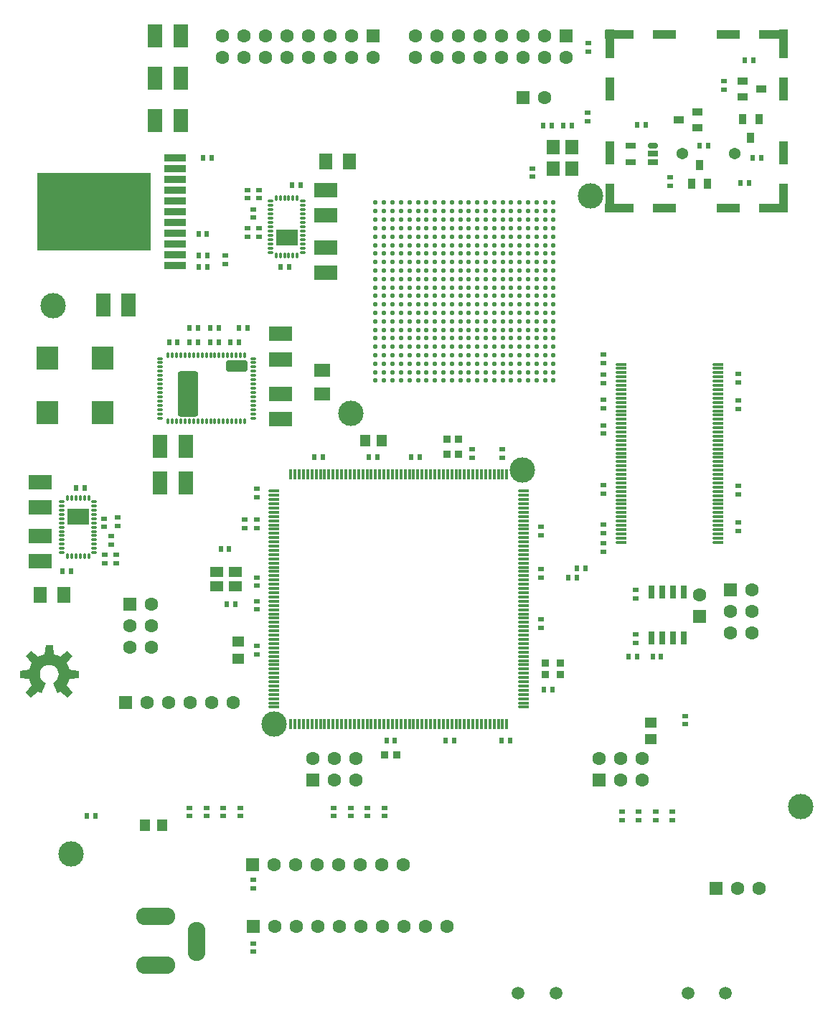
<source format=gbs>
G04 Layer_Color=16711935*
%FSLAX44Y44*%
%MOMM*%
G71*
G01*
G75*
%ADD59C,1.6000*%
G04:AMPARAMS|DCode=77|XSize=2.6mm|YSize=1.94mm|CornerRadius=0.097mm|HoleSize=0mm|Usage=FLASHONLY|Rotation=0.000|XOffset=0mm|YOffset=0mm|HoleType=Round|Shape=RoundedRectangle|*
%AMROUNDEDRECTD77*
21,1,2.6000,1.7460,0,0,0.0*
21,1,2.4060,1.9400,0,0,0.0*
1,1,0.1940,1.2030,-0.8730*
1,1,0.1940,-1.2030,-0.8730*
1,1,0.1940,-1.2030,0.8730*
1,1,0.1940,1.2030,0.8730*
%
%ADD77ROUNDEDRECTD77*%
G04:AMPARAMS|DCode=80|XSize=5.35mm|YSize=2.35mm|CornerRadius=0.235mm|HoleSize=0mm|Usage=FLASHONLY|Rotation=90.000|XOffset=0mm|YOffset=0mm|HoleType=Round|Shape=RoundedRectangle|*
%AMROUNDEDRECTD80*
21,1,5.3500,1.8800,0,0,90.0*
21,1,4.8800,2.3500,0,0,90.0*
1,1,0.4700,0.9400,2.4400*
1,1,0.4700,0.9400,-2.4400*
1,1,0.4700,-0.9400,-2.4400*
1,1,0.4700,-0.9400,2.4400*
%
%ADD80ROUNDEDRECTD80*%
G04:AMPARAMS|DCode=81|XSize=2.5mm|YSize=1.3mm|CornerRadius=0.13mm|HoleSize=0mm|Usage=FLASHONLY|Rotation=180.000|XOffset=0mm|YOffset=0mm|HoleType=Round|Shape=RoundedRectangle|*
%AMROUNDEDRECTD81*
21,1,2.5000,1.0400,0,0,180.0*
21,1,2.2400,1.3000,0,0,180.0*
1,1,0.2600,-1.1200,0.5200*
1,1,0.2600,1.1200,0.5200*
1,1,0.2600,1.1200,-0.5200*
1,1,0.2600,-1.1200,-0.5200*
%
%ADD81ROUNDEDRECTD81*%
%ADD129R,1.3000X0.9000*%
%ADD130R,0.9000X1.3000*%
%ADD131C,3.0000*%
%ADD134R,0.5500X0.7000*%
%ADD135R,0.7000X0.5500*%
%ADD136R,1.2032X1.4032*%
%ADD137R,1.4032X1.2032*%
%ADD138R,2.7000X1.7000*%
%ADD139R,1.7000X2.7000*%
%ADD140R,2.5000X2.7000*%
%ADD142R,1.4970X1.2938*%
%ADD145O,1.3000X0.4000*%
%ADD160R,1.6000X1.6000*%
%ADD161R,1.6000X1.6000*%
%ADD162C,1.5160*%
%ADD163O,2.1000X4.6000*%
%ADD164O,4.6000X2.1000*%
%ADD165C,0.5500*%
%ADD166O,0.4000X1.3000*%
G04:AMPARAMS|DCode=167|XSize=1.37mm|YSize=1.37mm|CornerRadius=0.685mm|HoleSize=0mm|Usage=FLASHONLY|Rotation=0.000|XOffset=0mm|YOffset=0mm|HoleType=Round|Shape=RoundedRectangle|*
%AMROUNDEDRECTD167*
21,1,1.3700,0.0000,0,0,0.0*
21,1,0.0000,1.3700,0,0,0.0*
1,1,1.3700,0.0000,0.0000*
1,1,1.3700,0.0000,0.0000*
1,1,1.3700,0.0000,0.0000*
1,1,1.3700,0.0000,0.0000*
%
%ADD167ROUNDEDRECTD167*%
%ADD168R,0.9600X0.9600*%
%ADD169R,0.9600X0.9600*%
%ADD170R,1.9000X1.5000*%
%ADD171R,1.5000X1.9000*%
G04:AMPARAMS|DCode=172|XSize=0.7096mm|YSize=0.354mm|CornerRadius=0.1643mm|HoleSize=0mm|Usage=FLASHONLY|Rotation=270.000|XOffset=0mm|YOffset=0mm|HoleType=Round|Shape=RoundedRectangle|*
%AMROUNDEDRECTD172*
21,1,0.7096,0.0254,0,0,270.0*
21,1,0.3810,0.3540,0,0,270.0*
1,1,0.3286,-0.0127,-0.1905*
1,1,0.3286,-0.0127,0.1905*
1,1,0.3286,0.0127,0.1905*
1,1,0.3286,0.0127,-0.1905*
%
%ADD172ROUNDEDRECTD172*%
G04:AMPARAMS|DCode=173|XSize=0.7096mm|YSize=0.354mm|CornerRadius=0.1643mm|HoleSize=0mm|Usage=FLASHONLY|Rotation=0.000|XOffset=0mm|YOffset=0mm|HoleType=Round|Shape=RoundedRectangle|*
%AMROUNDEDRECTD173*
21,1,0.7096,0.0254,0,0,0.0*
21,1,0.3810,0.3540,0,0,0.0*
1,1,0.3286,0.1905,-0.0127*
1,1,0.3286,-0.1905,-0.0127*
1,1,0.3286,-0.1905,0.0127*
1,1,0.3286,0.1905,0.0127*
%
%ADD173ROUNDEDRECTD173*%
%ADD174R,2.5130X0.9636*%
%ADD175R,13.4858X9.2440*%
%ADD176R,1.5986X1.8018*%
%ADD177R,1.2000X0.7500*%
%ADD178O,1.2000X0.7500*%
%ADD179R,0.7000X1.6500*%
%ADD180R,1.1160X3.4020*%
%ADD181R,3.4020X1.1160*%
%ADD182R,2.7162X1.1160*%
%ADD183R,1.1160X2.7162*%
G36*
X353084Y747807D02*
X345084Y747806D01*
Y757806D01*
X353084D01*
Y747807D01*
D02*
G37*
G36*
X364084Y747806D02*
X356084Y747806D01*
Y757806D01*
X364084D01*
Y747806D01*
D02*
G37*
G36*
X106958Y418722D02*
X98958D01*
Y428722D01*
X106958Y428722D01*
Y418722D01*
D02*
G37*
G36*
X117958Y418722D02*
X109958D01*
Y428721D01*
X117958Y428722D01*
Y418722D01*
D02*
G37*
G36*
X79979Y261086D02*
X83785Y259932D01*
X87335Y258034D01*
X87305Y257986D01*
X96102Y265098D01*
X102134Y259002D01*
X95006Y250394D01*
X96882Y246885D01*
X98056Y243013D01*
X98000Y243000D01*
X109293Y241730D01*
Y233147D01*
X98054Y231987D01*
X96892Y228158D01*
X95008Y224632D01*
X94961Y224661D01*
X102134Y215864D01*
X96102Y209832D01*
X87334Y216958D01*
X83809Y215074D01*
X83807Y215074D01*
X83763Y215181D01*
X78740Y227307D01*
X80071Y227858D01*
X82355Y229611D01*
X84108Y231896D01*
X85211Y234557D01*
X85586Y237412D01*
X85586Y237412D01*
X85581Y237412D01*
X85587Y237456D01*
X85209Y240329D01*
X84100Y243006D01*
X82336Y245304D01*
X80038Y247068D01*
X77361Y248177D01*
X74488Y248555D01*
X71616Y248177D01*
X68939Y247068D01*
X66640Y245304D01*
X64876Y243006D01*
X63768Y240329D01*
X63389Y237456D01*
X63768Y234583D01*
X64876Y231907D01*
X66640Y229608D01*
X68939Y227844D01*
X70236Y227307D01*
X65113Y215077D01*
X65074Y215088D01*
X61572Y216960D01*
X61600Y217005D01*
X52964Y209832D01*
X46868Y215864D01*
X53932Y224631D01*
X52034Y228181D01*
X50880Y231987D01*
X50932Y231999D01*
X39756Y233147D01*
Y241730D01*
X50877Y243013D01*
X52045Y246862D01*
X53934Y250395D01*
X53980Y250366D01*
X46868Y259002D01*
X52964Y265098D01*
X61571Y258032D01*
X65104Y259921D01*
X68953Y261089D01*
X68966Y261034D01*
X70236Y272210D01*
X78819D01*
X79979Y261086D01*
D02*
G37*
G36*
X70236Y227307D02*
X70236D01*
X70236Y227307D01*
X70236Y227307D01*
D02*
G37*
D59*
X365800Y-60000D02*
D03*
X543600D02*
D03*
X518200D02*
D03*
X492800D02*
D03*
X467400D02*
D03*
X442000D02*
D03*
X416600D02*
D03*
X391200D02*
D03*
X340400D02*
D03*
X841607Y330700D02*
D03*
X912193Y-15000D02*
D03*
X886793D02*
D03*
X903870Y337058D02*
D03*
X878470Y311658D02*
D03*
X903870D02*
D03*
X878470Y286258D02*
D03*
X903870D02*
D03*
X774446Y137922D02*
D03*
Y112522D02*
D03*
X749046Y137922D02*
D03*
Y112522D02*
D03*
X723646Y137922D02*
D03*
X385064D02*
D03*
X410464Y112522D02*
D03*
Y137922D02*
D03*
X435864Y112522D02*
D03*
Y137922D02*
D03*
X291338Y204216D02*
D03*
X265938D02*
D03*
X240538D02*
D03*
X215138D02*
D03*
X189738D02*
D03*
X491900Y13000D02*
D03*
X339500D02*
D03*
X364900D02*
D03*
X390300D02*
D03*
X415700D02*
D03*
X441100D02*
D03*
X466500D02*
D03*
X659168Y917448D02*
D03*
X456892Y964946D02*
D03*
X431492Y990346D02*
D03*
Y964946D02*
D03*
X406092Y990346D02*
D03*
Y964946D02*
D03*
X380692Y990346D02*
D03*
Y964946D02*
D03*
X355292Y990346D02*
D03*
Y964946D02*
D03*
X329892Y990346D02*
D03*
Y964946D02*
D03*
X304492Y990346D02*
D03*
Y964946D02*
D03*
X279092Y990346D02*
D03*
Y964946D02*
D03*
X506930D02*
D03*
Y990346D02*
D03*
X532330Y964946D02*
D03*
Y990346D02*
D03*
X557730Y964946D02*
D03*
Y990346D02*
D03*
X583130Y964946D02*
D03*
Y990346D02*
D03*
X608530Y964946D02*
D03*
Y990346D02*
D03*
X633930Y964946D02*
D03*
Y990346D02*
D03*
X659330Y964946D02*
D03*
Y990346D02*
D03*
X684730Y964946D02*
D03*
X195200Y320150D02*
D03*
X169800Y294750D02*
D03*
X195200D02*
D03*
X169800Y269350D02*
D03*
X195200D02*
D03*
D77*
X108458Y423572D02*
D03*
X354584Y752956D02*
D03*
D80*
X238092Y568552D02*
D03*
D81*
X295342Y601302D02*
D03*
D129*
X892732Y918362D02*
D03*
Y937362D02*
D03*
X914732Y927862D02*
D03*
X817548Y891794D02*
D03*
X839548Y882294D02*
D03*
Y901294D02*
D03*
D130*
X851510Y816532D02*
D03*
X832510D02*
D03*
X842010Y838532D02*
D03*
X902208Y870634D02*
D03*
X911708Y892634D02*
D03*
X892708D02*
D03*
D131*
X961437Y80938D02*
D03*
X79015Y672721D02*
D03*
X99917Y25185D02*
D03*
X430393Y545578D02*
D03*
X713212Y801678D02*
D03*
X632848Y478500D02*
D03*
X339500Y178905D02*
D03*
D134*
X264240Y628904D02*
D03*
X274240D02*
D03*
X249856D02*
D03*
X239856D02*
D03*
X667004Y884428D02*
D03*
X657004D02*
D03*
X128720Y70660D02*
D03*
X118720D02*
D03*
X461438Y493522D02*
D03*
X451438D02*
D03*
X397176D02*
D03*
X387176D02*
D03*
X657940Y219710D02*
D03*
X667940D02*
D03*
X551862Y159512D02*
D03*
X541862D02*
D03*
X472266D02*
D03*
X482266D02*
D03*
X618410D02*
D03*
X608410D02*
D03*
X511476Y493522D02*
D03*
X501476D02*
D03*
X276750Y385500D02*
D03*
X286750D02*
D03*
X284250Y320500D02*
D03*
X294250D02*
D03*
X768430Y885444D02*
D03*
X778430D02*
D03*
X899842Y816864D02*
D03*
X889842D02*
D03*
X894922Y962152D02*
D03*
X904922D02*
D03*
X250778Y718312D02*
D03*
X260778D02*
D03*
X260500Y757250D02*
D03*
X250500D02*
D03*
X256000Y847000D02*
D03*
X266000D02*
D03*
X707056Y362298D02*
D03*
X697056D02*
D03*
X696750Y351500D02*
D03*
X686750D02*
D03*
X768270Y258412D02*
D03*
X758270D02*
D03*
X308022Y645668D02*
D03*
X298022D02*
D03*
X249856D02*
D03*
X239856D02*
D03*
X264240D02*
D03*
X274240D02*
D03*
X298116Y628904D02*
D03*
X288116D02*
D03*
X215726D02*
D03*
X225726D02*
D03*
X90250Y358648D02*
D03*
X100250D02*
D03*
X361000Y814750D02*
D03*
X371000D02*
D03*
X115918Y457200D02*
D03*
X105918D02*
D03*
X347298Y718058D02*
D03*
X357298D02*
D03*
X680800Y884428D02*
D03*
X690800D02*
D03*
X796464Y258412D02*
D03*
X786464D02*
D03*
X851582Y861060D02*
D03*
X841582D02*
D03*
X904828Y846328D02*
D03*
X914828D02*
D03*
X260778Y731774D02*
D03*
X250778D02*
D03*
D135*
X315000Y-80000D02*
D03*
Y-90000D02*
D03*
X710750Y972000D02*
D03*
Y982000D02*
D03*
X139750Y378500D02*
D03*
Y368500D02*
D03*
X321818Y808910D02*
D03*
Y798910D02*
D03*
X139500Y411250D02*
D03*
Y421250D02*
D03*
X321818Y753444D02*
D03*
Y763444D02*
D03*
X314842Y-15000D02*
D03*
Y-5000D02*
D03*
X766826Y274748D02*
D03*
Y284748D02*
D03*
X825084Y178349D02*
D03*
Y188349D02*
D03*
X728472Y561514D02*
D03*
Y551514D02*
D03*
X887222Y459874D02*
D03*
Y449874D02*
D03*
X728472Y460422D02*
D03*
Y450422D02*
D03*
X887222Y560458D02*
D03*
Y550458D02*
D03*
X728472Y590978D02*
D03*
Y580978D02*
D03*
X887222Y406480D02*
D03*
Y416480D02*
D03*
X728472Y531288D02*
D03*
Y521288D02*
D03*
X887222Y591660D02*
D03*
Y581660D02*
D03*
X728472Y604568D02*
D03*
Y614568D02*
D03*
Y381826D02*
D03*
Y391826D02*
D03*
X728222Y403924D02*
D03*
Y413924D02*
D03*
X319278Y323770D02*
D03*
Y313770D02*
D03*
X654304Y411146D02*
D03*
Y401146D02*
D03*
X319278Y419782D02*
D03*
Y409782D02*
D03*
Y456358D02*
D03*
Y446358D02*
D03*
X654304Y292434D02*
D03*
Y302434D02*
D03*
X609346Y492840D02*
D03*
Y502840D02*
D03*
X305308Y419782D02*
D03*
Y409782D02*
D03*
X319278Y271192D02*
D03*
Y261192D02*
D03*
X573532Y492840D02*
D03*
Y502840D02*
D03*
X654304Y351616D02*
D03*
Y361616D02*
D03*
X750000Y75000D02*
D03*
Y65000D02*
D03*
X770000D02*
D03*
Y75000D02*
D03*
X790000D02*
D03*
Y65000D02*
D03*
X260000Y70000D02*
D03*
Y80000D02*
D03*
X240000D02*
D03*
Y70000D02*
D03*
X300000D02*
D03*
Y80000D02*
D03*
X430000D02*
D03*
Y70000D02*
D03*
X410000D02*
D03*
Y80000D02*
D03*
X470000D02*
D03*
Y70000D02*
D03*
X810000Y65000D02*
D03*
Y75000D02*
D03*
X147320Y390478D02*
D03*
Y400478D02*
D03*
X153670Y378380D02*
D03*
Y368380D02*
D03*
X315468Y786050D02*
D03*
Y776050D02*
D03*
X308102Y798910D02*
D03*
Y808910D02*
D03*
X155194Y422322D02*
D03*
Y412322D02*
D03*
X308102Y753444D02*
D03*
Y763444D02*
D03*
X766750Y337000D02*
D03*
Y327000D02*
D03*
X280000Y80000D02*
D03*
Y70000D02*
D03*
X450000D02*
D03*
Y80000D02*
D03*
X319278Y351710D02*
D03*
Y341710D02*
D03*
X806958Y813896D02*
D03*
Y823896D02*
D03*
X870966Y927434D02*
D03*
Y937434D02*
D03*
X281940Y731186D02*
D03*
Y721186D02*
D03*
X710000Y900000D02*
D03*
Y890000D02*
D03*
X644906Y824310D02*
D03*
Y834310D02*
D03*
D136*
X207759Y59614D02*
D03*
X187759D02*
D03*
X466946Y513334D02*
D03*
X446946D02*
D03*
D137*
X784038Y180709D02*
D03*
Y160709D02*
D03*
X297180Y255684D02*
D03*
Y275684D02*
D03*
D138*
X347472Y639078D02*
D03*
Y609078D02*
D03*
X346964Y568466D02*
D03*
Y538466D02*
D03*
X64008Y370826D02*
D03*
Y400826D02*
D03*
X400558Y779004D02*
D03*
Y809004D02*
D03*
X64008Y464326D02*
D03*
Y434326D02*
D03*
X400558Y741186D02*
D03*
Y711186D02*
D03*
D139*
X235472Y462788D02*
D03*
X205472D02*
D03*
Y506476D02*
D03*
X235472D02*
D03*
X167908Y673354D02*
D03*
X137908D02*
D03*
X229630Y890524D02*
D03*
X199630D02*
D03*
Y940689D02*
D03*
X229630D02*
D03*
Y990854D02*
D03*
X199630D02*
D03*
D140*
X72148Y610616D02*
D03*
X137148D02*
D03*
Y545846D02*
D03*
X72148D02*
D03*
D142*
X294176Y358386D02*
D03*
X272078D02*
D03*
Y341368D02*
D03*
X294176D02*
D03*
D145*
X634418Y198636D02*
D03*
Y203636D02*
D03*
Y208636D02*
D03*
Y213636D02*
D03*
Y218636D02*
D03*
Y223636D02*
D03*
Y228636D02*
D03*
Y233636D02*
D03*
Y238636D02*
D03*
Y243636D02*
D03*
Y248636D02*
D03*
Y253636D02*
D03*
Y258636D02*
D03*
Y263636D02*
D03*
Y268636D02*
D03*
Y273636D02*
D03*
Y278636D02*
D03*
Y283636D02*
D03*
Y288636D02*
D03*
Y293636D02*
D03*
Y298636D02*
D03*
Y303636D02*
D03*
Y308636D02*
D03*
Y313636D02*
D03*
Y318636D02*
D03*
Y323636D02*
D03*
Y328636D02*
D03*
Y333636D02*
D03*
Y338636D02*
D03*
Y343636D02*
D03*
Y348636D02*
D03*
Y353636D02*
D03*
Y358636D02*
D03*
Y363636D02*
D03*
Y368636D02*
D03*
Y373636D02*
D03*
Y378636D02*
D03*
Y383636D02*
D03*
Y388636D02*
D03*
Y393636D02*
D03*
Y398636D02*
D03*
Y403636D02*
D03*
Y408636D02*
D03*
Y413636D02*
D03*
Y418636D02*
D03*
Y423636D02*
D03*
Y428636D02*
D03*
Y433636D02*
D03*
Y438636D02*
D03*
Y443636D02*
D03*
Y448636D02*
D03*
Y453636D02*
D03*
X339418D02*
D03*
Y448636D02*
D03*
Y443636D02*
D03*
Y438636D02*
D03*
Y433636D02*
D03*
Y428636D02*
D03*
Y423636D02*
D03*
Y418636D02*
D03*
Y413636D02*
D03*
Y408636D02*
D03*
Y403636D02*
D03*
Y398636D02*
D03*
Y393636D02*
D03*
Y388636D02*
D03*
Y383636D02*
D03*
Y378636D02*
D03*
Y373636D02*
D03*
Y368636D02*
D03*
Y363636D02*
D03*
Y358636D02*
D03*
Y353636D02*
D03*
Y348636D02*
D03*
Y343636D02*
D03*
Y338636D02*
D03*
Y333636D02*
D03*
Y328636D02*
D03*
Y323636D02*
D03*
Y318636D02*
D03*
Y313636D02*
D03*
Y308636D02*
D03*
Y303636D02*
D03*
Y298636D02*
D03*
Y293636D02*
D03*
Y288636D02*
D03*
Y283636D02*
D03*
Y278636D02*
D03*
Y273636D02*
D03*
Y268636D02*
D03*
Y263636D02*
D03*
Y258636D02*
D03*
Y253636D02*
D03*
Y248636D02*
D03*
Y243636D02*
D03*
Y238636D02*
D03*
Y233636D02*
D03*
Y228636D02*
D03*
Y223636D02*
D03*
Y218636D02*
D03*
Y213636D02*
D03*
Y208636D02*
D03*
Y203636D02*
D03*
Y198636D02*
D03*
X749204Y393264D02*
D03*
Y398264D02*
D03*
Y403264D02*
D03*
Y408264D02*
D03*
Y413264D02*
D03*
Y418264D02*
D03*
Y423264D02*
D03*
Y428264D02*
D03*
Y433264D02*
D03*
Y438264D02*
D03*
Y443264D02*
D03*
Y448264D02*
D03*
Y453264D02*
D03*
Y458264D02*
D03*
Y463264D02*
D03*
Y468264D02*
D03*
Y473264D02*
D03*
Y478264D02*
D03*
Y483264D02*
D03*
Y488264D02*
D03*
Y493264D02*
D03*
Y498264D02*
D03*
Y503264D02*
D03*
Y508264D02*
D03*
Y513264D02*
D03*
Y518264D02*
D03*
Y523264D02*
D03*
Y528264D02*
D03*
Y533264D02*
D03*
Y538264D02*
D03*
Y543264D02*
D03*
Y548264D02*
D03*
Y553264D02*
D03*
Y558264D02*
D03*
Y563264D02*
D03*
Y568264D02*
D03*
Y573264D02*
D03*
Y578264D02*
D03*
Y583264D02*
D03*
Y588264D02*
D03*
Y593264D02*
D03*
Y598264D02*
D03*
Y603264D02*
D03*
X864204Y393264D02*
D03*
Y398264D02*
D03*
Y403264D02*
D03*
Y408264D02*
D03*
Y413264D02*
D03*
Y418264D02*
D03*
Y423264D02*
D03*
Y428264D02*
D03*
Y433264D02*
D03*
Y438264D02*
D03*
Y443264D02*
D03*
Y448264D02*
D03*
Y453264D02*
D03*
Y458264D02*
D03*
Y463264D02*
D03*
Y468264D02*
D03*
Y473264D02*
D03*
Y478264D02*
D03*
Y483264D02*
D03*
Y488264D02*
D03*
Y493264D02*
D03*
Y498264D02*
D03*
Y503264D02*
D03*
Y508264D02*
D03*
Y513264D02*
D03*
Y518264D02*
D03*
Y523264D02*
D03*
Y528264D02*
D03*
Y533264D02*
D03*
Y538264D02*
D03*
Y543264D02*
D03*
Y548264D02*
D03*
Y553264D02*
D03*
Y558264D02*
D03*
Y563264D02*
D03*
Y568264D02*
D03*
Y573264D02*
D03*
Y578264D02*
D03*
Y583264D02*
D03*
Y588264D02*
D03*
Y593264D02*
D03*
Y598264D02*
D03*
Y603264D02*
D03*
D160*
X315000Y-60000D02*
D03*
X861393Y-15000D02*
D03*
X723646Y112522D02*
D03*
X385064D02*
D03*
X164338Y204216D02*
D03*
X314100Y13000D02*
D03*
X633768Y917448D02*
D03*
X456892Y990346D02*
D03*
X684730D02*
D03*
D161*
X841607Y305300D02*
D03*
X878470Y337058D02*
D03*
X169800Y320150D02*
D03*
D162*
X828000Y-138840D02*
D03*
X872098D02*
D03*
X672098D02*
D03*
X628000D02*
D03*
D163*
X248000Y-78000D02*
D03*
D164*
X200000Y-106000D02*
D03*
Y-48000D02*
D03*
D165*
X459534Y583848D02*
D03*
X469534D02*
D03*
X479534D02*
D03*
X489534D02*
D03*
X499534D02*
D03*
X509534D02*
D03*
X519534D02*
D03*
X529534D02*
D03*
X539534D02*
D03*
X549534D02*
D03*
X559534D02*
D03*
X569534D02*
D03*
X579534D02*
D03*
X589534D02*
D03*
X599534D02*
D03*
X609534D02*
D03*
X619534D02*
D03*
X629534D02*
D03*
X639534D02*
D03*
X649534D02*
D03*
X659534D02*
D03*
X669534D02*
D03*
X459534Y593848D02*
D03*
X469534D02*
D03*
X479534D02*
D03*
X489534D02*
D03*
X499534D02*
D03*
X509534D02*
D03*
X519534D02*
D03*
X529534D02*
D03*
X539534D02*
D03*
X549534D02*
D03*
X559534D02*
D03*
X569534D02*
D03*
X579534D02*
D03*
X589534D02*
D03*
X599534D02*
D03*
X609534D02*
D03*
X619534D02*
D03*
X629534D02*
D03*
X639534D02*
D03*
X649534D02*
D03*
X659534D02*
D03*
X669534D02*
D03*
X459534Y603848D02*
D03*
X469534D02*
D03*
X479534D02*
D03*
X489534D02*
D03*
X499534D02*
D03*
X509534D02*
D03*
X519534D02*
D03*
X529534D02*
D03*
X539534D02*
D03*
X549534D02*
D03*
X559534D02*
D03*
X569534D02*
D03*
X579534D02*
D03*
X589534D02*
D03*
X599534D02*
D03*
X609534D02*
D03*
X619534D02*
D03*
X629534D02*
D03*
X639534D02*
D03*
X649534D02*
D03*
X659534D02*
D03*
X669534D02*
D03*
X459534Y613848D02*
D03*
X469534D02*
D03*
X479534D02*
D03*
X489534D02*
D03*
X499534D02*
D03*
X509534D02*
D03*
X519534D02*
D03*
X529534D02*
D03*
X539534D02*
D03*
X549534D02*
D03*
X559534D02*
D03*
X569534D02*
D03*
X579534D02*
D03*
X589534D02*
D03*
X599534D02*
D03*
X609534D02*
D03*
X619534D02*
D03*
X629534D02*
D03*
X639534D02*
D03*
X649534D02*
D03*
X659534D02*
D03*
X669534D02*
D03*
X459534Y623848D02*
D03*
X469534D02*
D03*
X479534D02*
D03*
X489534D02*
D03*
X499534D02*
D03*
X509534D02*
D03*
X519534D02*
D03*
X529534D02*
D03*
X539534D02*
D03*
X549534D02*
D03*
X559534D02*
D03*
X569534D02*
D03*
X579534D02*
D03*
X589534D02*
D03*
X599534D02*
D03*
X609534D02*
D03*
X619534D02*
D03*
X629534D02*
D03*
X639534D02*
D03*
X649534D02*
D03*
X659534D02*
D03*
X669534D02*
D03*
X459534Y633848D02*
D03*
X469534D02*
D03*
X479534D02*
D03*
X489534D02*
D03*
X499534D02*
D03*
X509534D02*
D03*
X519534D02*
D03*
X529534D02*
D03*
X539534D02*
D03*
X549534D02*
D03*
X559534D02*
D03*
X569534D02*
D03*
X579534D02*
D03*
X589534D02*
D03*
X599534D02*
D03*
X609534D02*
D03*
X619534D02*
D03*
X629534D02*
D03*
X639534D02*
D03*
X649534D02*
D03*
X659534D02*
D03*
X669534D02*
D03*
X459534Y643848D02*
D03*
X469534D02*
D03*
X479534D02*
D03*
X489534D02*
D03*
X499534D02*
D03*
X509534D02*
D03*
X519534D02*
D03*
X529534D02*
D03*
X539534D02*
D03*
X549534D02*
D03*
X559534D02*
D03*
X569534D02*
D03*
X579534D02*
D03*
X589534D02*
D03*
X599534D02*
D03*
X609534D02*
D03*
X619534D02*
D03*
X629534D02*
D03*
X639534D02*
D03*
X649534D02*
D03*
X659534D02*
D03*
X669534D02*
D03*
X459534Y653848D02*
D03*
X469534D02*
D03*
X479534D02*
D03*
X489534D02*
D03*
X499534D02*
D03*
X509534D02*
D03*
X519534D02*
D03*
X529534D02*
D03*
X539534D02*
D03*
X549534D02*
D03*
X559534D02*
D03*
X569534D02*
D03*
X579534D02*
D03*
X589534D02*
D03*
X599534D02*
D03*
X609534D02*
D03*
X619534D02*
D03*
X629534D02*
D03*
X639534D02*
D03*
X649534D02*
D03*
X659534D02*
D03*
X669534D02*
D03*
X459534Y663848D02*
D03*
X469534D02*
D03*
X479534D02*
D03*
X489534D02*
D03*
X499534D02*
D03*
X509534D02*
D03*
X519534D02*
D03*
X529534D02*
D03*
X539534D02*
D03*
X549534D02*
D03*
X559534D02*
D03*
X569534D02*
D03*
X579534D02*
D03*
X589534D02*
D03*
X599534D02*
D03*
X609534D02*
D03*
X619534D02*
D03*
X629534D02*
D03*
X639534D02*
D03*
X649534D02*
D03*
X659534D02*
D03*
X669534D02*
D03*
X459534Y673848D02*
D03*
X469534D02*
D03*
X479534D02*
D03*
X489534D02*
D03*
X499534D02*
D03*
X509534D02*
D03*
X519534D02*
D03*
X529534D02*
D03*
X539534D02*
D03*
X549534D02*
D03*
X559534D02*
D03*
X569534D02*
D03*
X579534D02*
D03*
X589534D02*
D03*
X599534D02*
D03*
X609534D02*
D03*
X619534D02*
D03*
X629534D02*
D03*
X639534D02*
D03*
X649534D02*
D03*
X659534D02*
D03*
X669534D02*
D03*
X459534Y683848D02*
D03*
X469534D02*
D03*
X479534D02*
D03*
X489534D02*
D03*
X499534D02*
D03*
X509534D02*
D03*
X519534D02*
D03*
X529534D02*
D03*
X539534D02*
D03*
X549534D02*
D03*
X559534D02*
D03*
X569534D02*
D03*
X579534D02*
D03*
X589534D02*
D03*
X599534D02*
D03*
X609534D02*
D03*
X619534D02*
D03*
X629534D02*
D03*
X639534D02*
D03*
X649534D02*
D03*
X659534D02*
D03*
X669534D02*
D03*
X459534Y693848D02*
D03*
X469534D02*
D03*
X479534D02*
D03*
X489534D02*
D03*
X499534D02*
D03*
X509534D02*
D03*
X519534D02*
D03*
X529534D02*
D03*
X539534D02*
D03*
X549534D02*
D03*
X559534D02*
D03*
X569534D02*
D03*
X579534D02*
D03*
X589534D02*
D03*
X599534D02*
D03*
X609534D02*
D03*
X619534D02*
D03*
X629534D02*
D03*
X639534D02*
D03*
X649534D02*
D03*
X659534D02*
D03*
X669534D02*
D03*
X459534Y703848D02*
D03*
X469534D02*
D03*
X479534D02*
D03*
X489534D02*
D03*
X499534D02*
D03*
X509534D02*
D03*
X519534D02*
D03*
X529534D02*
D03*
X539534D02*
D03*
X549534D02*
D03*
X559534D02*
D03*
X569534D02*
D03*
X579534D02*
D03*
X589534D02*
D03*
X599534D02*
D03*
X609534D02*
D03*
X619534D02*
D03*
X629534D02*
D03*
X639534D02*
D03*
X649534D02*
D03*
X659534D02*
D03*
X669534D02*
D03*
X459534Y713848D02*
D03*
X469534D02*
D03*
X479534D02*
D03*
X489534D02*
D03*
X499534D02*
D03*
X509534D02*
D03*
X519534D02*
D03*
X529534D02*
D03*
X539534D02*
D03*
X549534D02*
D03*
X559534D02*
D03*
X569534D02*
D03*
X579534D02*
D03*
X589534D02*
D03*
X599534D02*
D03*
X609534D02*
D03*
X619534D02*
D03*
X629534D02*
D03*
X639534D02*
D03*
X649534D02*
D03*
X659534D02*
D03*
X669534D02*
D03*
X459534Y723848D02*
D03*
X469534D02*
D03*
X479534D02*
D03*
X489534D02*
D03*
X499534D02*
D03*
X509534D02*
D03*
X519534D02*
D03*
X529534D02*
D03*
X539534D02*
D03*
X549534D02*
D03*
X559534D02*
D03*
X569534D02*
D03*
X579534D02*
D03*
X589534D02*
D03*
X599534D02*
D03*
X609534D02*
D03*
X619534D02*
D03*
X629534D02*
D03*
X639534D02*
D03*
X649534D02*
D03*
X659534D02*
D03*
X669534D02*
D03*
X459534Y733848D02*
D03*
X469534D02*
D03*
X479534D02*
D03*
X489534D02*
D03*
X499534D02*
D03*
X509534D02*
D03*
X519534D02*
D03*
X529534D02*
D03*
X539534D02*
D03*
X549534D02*
D03*
X559534D02*
D03*
X569534D02*
D03*
X579534D02*
D03*
X589534D02*
D03*
X599534D02*
D03*
X609534D02*
D03*
X619534D02*
D03*
X629534D02*
D03*
X639534D02*
D03*
X649534D02*
D03*
X659534D02*
D03*
X669534D02*
D03*
X459534Y743848D02*
D03*
X469534D02*
D03*
X479534D02*
D03*
X489534D02*
D03*
X499534D02*
D03*
X509534D02*
D03*
X519534D02*
D03*
X529534D02*
D03*
X539534D02*
D03*
X549534D02*
D03*
X559534D02*
D03*
X569534D02*
D03*
X579534D02*
D03*
X589534D02*
D03*
X599534D02*
D03*
X609534D02*
D03*
X619534D02*
D03*
X629534D02*
D03*
X639534D02*
D03*
X649534D02*
D03*
X659534D02*
D03*
X669534D02*
D03*
X459534Y753848D02*
D03*
X469534D02*
D03*
X479534D02*
D03*
X489534D02*
D03*
X499534D02*
D03*
X509534D02*
D03*
X519534D02*
D03*
X529534D02*
D03*
X539534D02*
D03*
X549534D02*
D03*
X559534D02*
D03*
X569534D02*
D03*
X579534D02*
D03*
X589534D02*
D03*
X599534D02*
D03*
X609534D02*
D03*
X619534D02*
D03*
X629534D02*
D03*
X639534D02*
D03*
X649534D02*
D03*
X659534D02*
D03*
X669534D02*
D03*
X459534Y763848D02*
D03*
X469534D02*
D03*
X479534D02*
D03*
X489534D02*
D03*
X499534D02*
D03*
X509534D02*
D03*
X519534D02*
D03*
X529534D02*
D03*
X539534D02*
D03*
X549534D02*
D03*
X559534D02*
D03*
X569534D02*
D03*
X579534D02*
D03*
X589534D02*
D03*
X599534D02*
D03*
X609534D02*
D03*
X619534D02*
D03*
X629534D02*
D03*
X639534D02*
D03*
X649534D02*
D03*
X659534D02*
D03*
X669534D02*
D03*
X459534Y773848D02*
D03*
X469534D02*
D03*
X479534D02*
D03*
X489534D02*
D03*
X499534D02*
D03*
X509534D02*
D03*
X519534D02*
D03*
X529534D02*
D03*
X539534D02*
D03*
X549534D02*
D03*
X559534D02*
D03*
X569534D02*
D03*
X579534D02*
D03*
X589534D02*
D03*
X599534D02*
D03*
X609534D02*
D03*
X619534D02*
D03*
X629534D02*
D03*
X639534D02*
D03*
X649534D02*
D03*
X659534D02*
D03*
X669534D02*
D03*
X459534Y783848D02*
D03*
X469534D02*
D03*
X479534D02*
D03*
X489534D02*
D03*
X499534D02*
D03*
X509534D02*
D03*
X519534D02*
D03*
X529534D02*
D03*
X539534D02*
D03*
X549534D02*
D03*
X559534D02*
D03*
X569534D02*
D03*
X579534D02*
D03*
X589534D02*
D03*
X599534D02*
D03*
X609534D02*
D03*
X619534D02*
D03*
X629534D02*
D03*
X639534D02*
D03*
X649534D02*
D03*
X659534D02*
D03*
X669534D02*
D03*
X459534Y793848D02*
D03*
X469534D02*
D03*
X479534D02*
D03*
X489534D02*
D03*
X499534D02*
D03*
X509534D02*
D03*
X519534D02*
D03*
X529534D02*
D03*
X539534D02*
D03*
X549534D02*
D03*
X559534D02*
D03*
X569534D02*
D03*
X579534D02*
D03*
X589534D02*
D03*
X599534D02*
D03*
X609534D02*
D03*
X619534D02*
D03*
X629534D02*
D03*
X639534D02*
D03*
X649534D02*
D03*
X659534D02*
D03*
X669534D02*
D03*
D166*
X359418Y178636D02*
D03*
X364418D02*
D03*
X369418D02*
D03*
X374418D02*
D03*
X379418D02*
D03*
X384418D02*
D03*
X389418D02*
D03*
X394418D02*
D03*
X399418D02*
D03*
X404418D02*
D03*
X409418D02*
D03*
X414418D02*
D03*
X419418D02*
D03*
X424418D02*
D03*
X429418D02*
D03*
X434418D02*
D03*
X439418D02*
D03*
X444418D02*
D03*
X449418D02*
D03*
X454418D02*
D03*
X459418D02*
D03*
X464418D02*
D03*
X469418D02*
D03*
X474418D02*
D03*
X479418D02*
D03*
X484418D02*
D03*
X489418D02*
D03*
X494418D02*
D03*
X499418D02*
D03*
X504418D02*
D03*
X509418D02*
D03*
X514418D02*
D03*
X519418D02*
D03*
X524418D02*
D03*
X529418D02*
D03*
X534418D02*
D03*
X539418D02*
D03*
X544418D02*
D03*
X549418D02*
D03*
X554418D02*
D03*
X559418D02*
D03*
X564418D02*
D03*
X569418D02*
D03*
X574418D02*
D03*
X579418D02*
D03*
X584418D02*
D03*
X589418D02*
D03*
X594418D02*
D03*
X599418D02*
D03*
X604418D02*
D03*
X609418D02*
D03*
X614418D02*
D03*
Y473636D02*
D03*
X609418D02*
D03*
X604418D02*
D03*
X599418D02*
D03*
X594418D02*
D03*
X589418D02*
D03*
X584418D02*
D03*
X579418D02*
D03*
X574418D02*
D03*
X569418D02*
D03*
X564418D02*
D03*
X559418D02*
D03*
X554418D02*
D03*
X549418D02*
D03*
X544418D02*
D03*
X539418D02*
D03*
X534418D02*
D03*
X529418D02*
D03*
X524418D02*
D03*
X519418D02*
D03*
X514418D02*
D03*
X509418D02*
D03*
X504418D02*
D03*
X499418D02*
D03*
X494418D02*
D03*
X489418D02*
D03*
X484418D02*
D03*
X479418D02*
D03*
X474418D02*
D03*
X469418D02*
D03*
X464418D02*
D03*
X459418D02*
D03*
X454418D02*
D03*
X449418D02*
D03*
X444418D02*
D03*
X439418D02*
D03*
X434418D02*
D03*
X429418D02*
D03*
X424418D02*
D03*
X419418D02*
D03*
X414418D02*
D03*
X409418D02*
D03*
X404418D02*
D03*
X399418D02*
D03*
X394418D02*
D03*
X389418D02*
D03*
X384418D02*
D03*
X379418D02*
D03*
X374418D02*
D03*
X369418D02*
D03*
X364418D02*
D03*
X359418D02*
D03*
D167*
X883158Y851408D02*
D03*
X821436D02*
D03*
D168*
X677926Y250840D02*
D03*
Y236840D02*
D03*
X659638D02*
D03*
Y250840D02*
D03*
D169*
X543672Y496824D02*
D03*
X557672D02*
D03*
Y515112D02*
D03*
X543672D02*
D03*
X484266Y142494D02*
D03*
X470266D02*
D03*
D170*
X396240Y596168D02*
D03*
Y568168D02*
D03*
D171*
X63978Y331470D02*
D03*
X91978D02*
D03*
X428528Y842772D02*
D03*
X400528D02*
D03*
D172*
X121158Y376972D02*
D03*
X116078D02*
D03*
X110998D02*
D03*
X105958D02*
D03*
X100958D02*
D03*
X95958D02*
D03*
Y445008D02*
D03*
X100958D02*
D03*
X105958D02*
D03*
X110998D02*
D03*
X116078D02*
D03*
X121158D02*
D03*
X341884Y731520D02*
D03*
X346964D02*
D03*
X352044D02*
D03*
X357084D02*
D03*
X362084D02*
D03*
X367084D02*
D03*
Y799556D02*
D03*
X362084D02*
D03*
X357084D02*
D03*
X352044D02*
D03*
X346964D02*
D03*
X341884D02*
D03*
X304842Y535802D02*
D03*
X299842D02*
D03*
X294842D02*
D03*
X289842D02*
D03*
X284842D02*
D03*
X279842D02*
D03*
X274842D02*
D03*
X269842D02*
D03*
X264842D02*
D03*
X259842D02*
D03*
X254762D02*
D03*
X249682D02*
D03*
X244602D02*
D03*
X239776D02*
D03*
X234696D02*
D03*
X229616D02*
D03*
X224790D02*
D03*
X219710D02*
D03*
X214630D02*
D03*
Y613918D02*
D03*
X219710D02*
D03*
X224790D02*
D03*
X229616D02*
D03*
X234696D02*
D03*
X239776D02*
D03*
X244602D02*
D03*
X249682D02*
D03*
X254762D02*
D03*
X259842D02*
D03*
X264842D02*
D03*
X269842D02*
D03*
X274842D02*
D03*
X279842D02*
D03*
X284842D02*
D03*
X289842D02*
D03*
X294842D02*
D03*
X299842D02*
D03*
X304842D02*
D03*
D173*
X89458Y380972D02*
D03*
Y385972D02*
D03*
Y390972D02*
D03*
Y395972D02*
D03*
Y400972D02*
D03*
Y405972D02*
D03*
Y410972D02*
D03*
Y416052D02*
D03*
Y421132D02*
D03*
Y426212D02*
D03*
Y431038D02*
D03*
Y436118D02*
D03*
Y441198D02*
D03*
X127508D02*
D03*
Y436118D02*
D03*
Y431038D02*
D03*
Y426212D02*
D03*
Y421132D02*
D03*
Y416052D02*
D03*
Y410972D02*
D03*
Y405972D02*
D03*
Y400972D02*
D03*
Y395972D02*
D03*
Y390972D02*
D03*
Y385972D02*
D03*
Y380972D02*
D03*
X335534Y795556D02*
D03*
Y790556D02*
D03*
Y785556D02*
D03*
Y780556D02*
D03*
Y775556D02*
D03*
Y770556D02*
D03*
Y765556D02*
D03*
Y760476D02*
D03*
Y755396D02*
D03*
Y750316D02*
D03*
Y745490D02*
D03*
Y740410D02*
D03*
Y735330D02*
D03*
X373584D02*
D03*
Y740410D02*
D03*
Y745490D02*
D03*
Y750316D02*
D03*
Y755396D02*
D03*
Y760476D02*
D03*
Y765556D02*
D03*
Y770556D02*
D03*
Y775556D02*
D03*
Y780556D02*
D03*
Y785556D02*
D03*
Y790556D02*
D03*
Y795556D02*
D03*
X314842Y609854D02*
D03*
Y605028D02*
D03*
Y599948D02*
D03*
Y594868D02*
D03*
Y590042D02*
D03*
Y584962D02*
D03*
Y579882D02*
D03*
Y574802D02*
D03*
Y569802D02*
D03*
Y564802D02*
D03*
Y559802D02*
D03*
Y554802D02*
D03*
Y549802D02*
D03*
Y544802D02*
D03*
Y539802D02*
D03*
X204724D02*
D03*
Y544802D02*
D03*
Y549802D02*
D03*
Y554802D02*
D03*
Y559802D02*
D03*
Y564802D02*
D03*
Y569802D02*
D03*
Y574802D02*
D03*
Y579882D02*
D03*
Y584962D02*
D03*
Y590042D02*
D03*
Y594868D02*
D03*
Y599948D02*
D03*
Y605028D02*
D03*
Y609854D02*
D03*
D174*
X222758Y846328D02*
D03*
Y833628D02*
D03*
Y820928D02*
D03*
Y808228D02*
D03*
Y795528D02*
D03*
Y782828D02*
D03*
Y770128D02*
D03*
Y757428D02*
D03*
Y744728D02*
D03*
Y732028D02*
D03*
Y719328D02*
D03*
D175*
X127508Y782828D02*
D03*
D176*
X668782Y859614D02*
D03*
Y834136D02*
D03*
X691006Y859614D02*
D03*
Y834136D02*
D03*
D177*
X760184Y860908D02*
D03*
Y841908D02*
D03*
X787184D02*
D03*
Y851408D02*
D03*
D178*
Y860908D02*
D03*
D179*
X785368Y334358D02*
D03*
X798068D02*
D03*
X810768D02*
D03*
X823468D02*
D03*
Y280256D02*
D03*
X810768D02*
D03*
X798068D02*
D03*
X785368D02*
D03*
D180*
X940816Y981340D02*
D03*
X735700D02*
D03*
Y799154D02*
D03*
X940816D02*
D03*
D181*
X929386Y992770D02*
D03*
X747200D02*
D03*
Y787654D02*
D03*
X929386D02*
D03*
D182*
X875792Y992770D02*
D03*
Y787654D02*
D03*
X800700D02*
D03*
Y992770D02*
D03*
D183*
X940816Y927746D02*
D03*
Y852654D02*
D03*
X735700D02*
D03*
Y927746D02*
D03*
M02*

</source>
